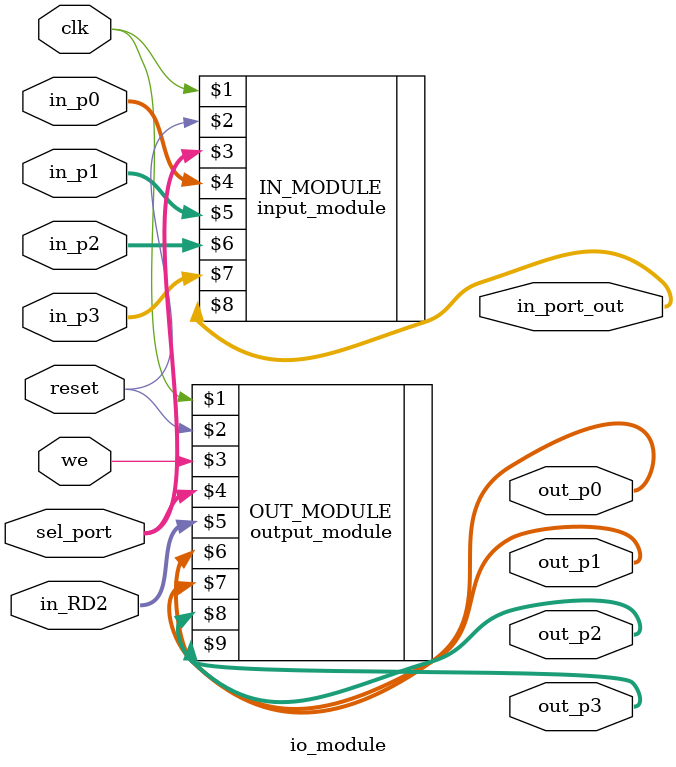
<source format=v>
module io_module ( input wire clk, reset, we, input wire [1:0] sel_port, input wire [7:0] in_p0, in_p1, in_p2, in_p3, in_RD2, output wire [7:0] out_p0, out_p1, out_p2, out_p3, in_port_out );

   
    input_module IN_MODULE(clk, reset, sel_port, in_p0, in_p1, in_p2, in_p3, in_port_out);

    output_module OUT_MODULE(clk, reset, we, sel_port, in_RD2, out_p0, out_p1, out_p2, out_p3);


    
endmodule
</source>
